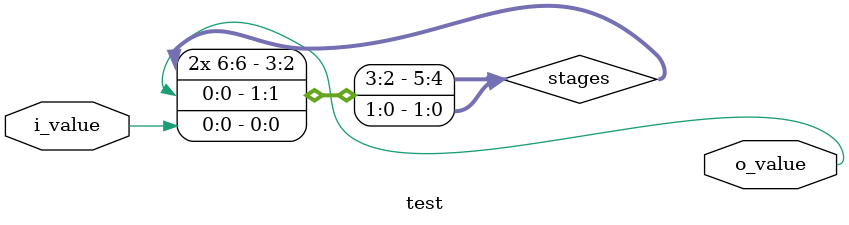
<source format=sv>
module test #(localparam N=4) (
  input logic i_value,
  output logic o_value);

  logic [(N*2)-1:0] stages;

  assign stages[0] = i_value;
  assign o_value = stages[1];

  always_comb begin
    for (int i=1; i<N-1; i++) begin
      for (int j=1; j<N-1; j++) begin
        stages[(i*N + j)] = stages[(i*N + j)-1];
      end
    end
  end

endmodule


</source>
